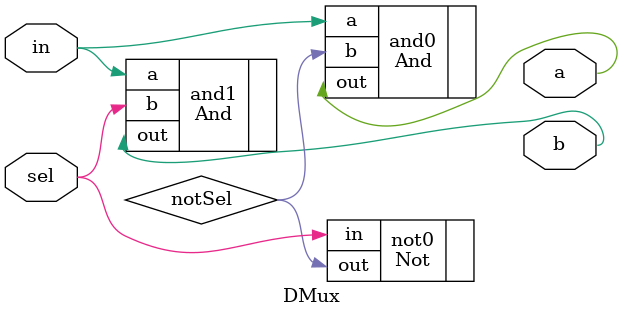
<source format=v>
/**
 * Demultiplexor:
 * {a, b} = {in, 0} if sel == 0
 *          {0, in} if sel == 1
 */

`default_nettype none
module DMux(
	input in,
	input sel,
    output a,
	output b
);
	wire notSel;
	Not not0(.in(sel), .out(notSel));
	And and0(.a(in), .b(notSel), .out(a));
	And and1(.a(in), .b(sel), .out(b));

endmodule

</source>
